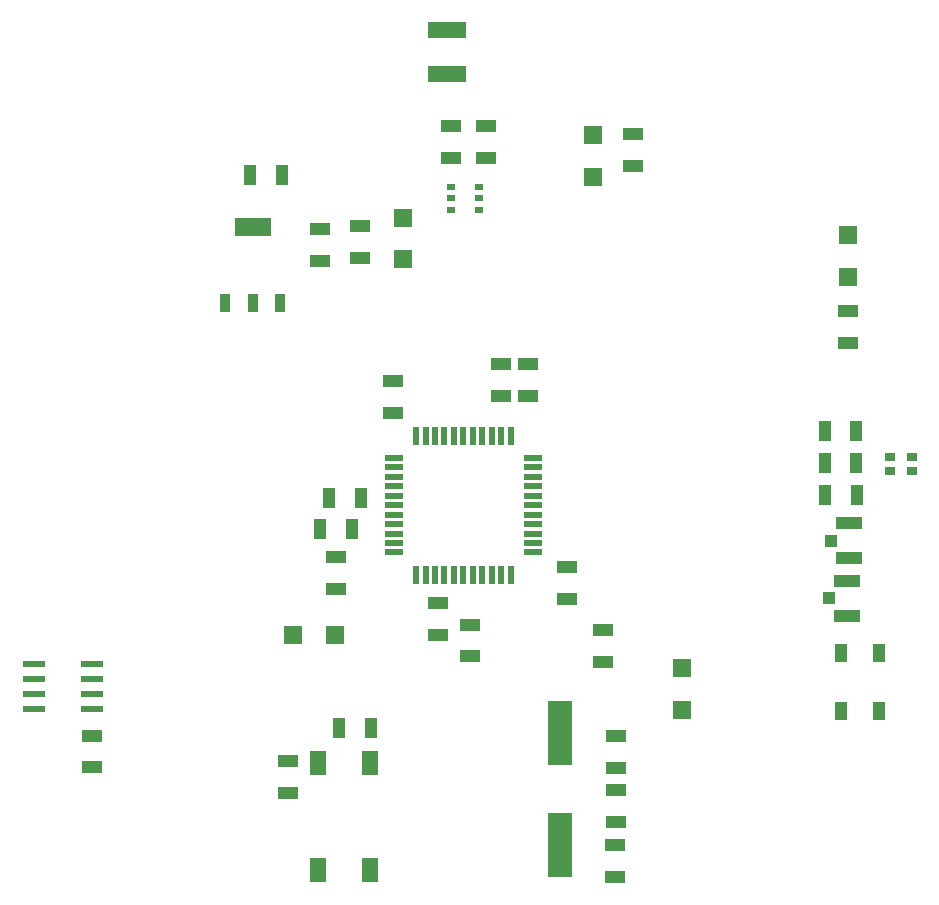
<source format=gtp>
G04 Layer_Color=8421504*
%FSLAX25Y25*%
%MOIN*%
G70*
G01*
G75*
%ADD10R,0.08661X0.04134*%
%ADD11R,0.04134X0.03937*%
%ADD12R,0.06693X0.04331*%
%ADD13R,0.04331X0.06693*%
%ADD14R,0.12992X0.05512*%
%ADD15R,0.05905X0.05905*%
%ADD16R,0.01968X0.05905*%
%ADD17R,0.05905X0.01968*%
%ADD18R,0.07874X0.21654*%
%ADD19R,0.05433X0.08268*%
%ADD20R,0.03937X0.05905*%
%ADD21R,0.07800X0.02200*%
%ADD22R,0.03543X0.03150*%
%ADD23R,0.03150X0.02165*%
%ADD24R,0.12200X0.06300*%
%ADD25R,0.03300X0.06300*%
%ADD26R,0.05905X0.05905*%
D10*
X282800Y100493D02*
D03*
Y112107D02*
D03*
X283400Y119600D02*
D03*
Y131214D02*
D03*
D11*
X276796Y106300D02*
D03*
X277396Y125407D02*
D03*
D12*
X211400Y250385D02*
D03*
Y261015D02*
D03*
X283100Y202015D02*
D03*
Y191385D02*
D03*
X201400Y85185D02*
D03*
Y95815D02*
D03*
X112700Y109285D02*
D03*
Y119915D02*
D03*
X120600Y219785D02*
D03*
Y230415D02*
D03*
X167600Y184315D02*
D03*
Y173685D02*
D03*
X176600Y184315D02*
D03*
Y173685D02*
D03*
X146500Y94170D02*
D03*
Y104800D02*
D03*
X157300Y86885D02*
D03*
Y97515D02*
D03*
X131400Y168200D02*
D03*
Y178830D02*
D03*
X205500Y13400D02*
D03*
Y24030D02*
D03*
X206000Y49800D02*
D03*
Y60430D02*
D03*
X96400Y52015D02*
D03*
Y41385D02*
D03*
X31300Y49885D02*
D03*
Y60515D02*
D03*
X150900Y253085D02*
D03*
Y263715D02*
D03*
X162600Y253085D02*
D03*
Y263715D02*
D03*
X107300Y229415D02*
D03*
Y218785D02*
D03*
X189400Y106085D02*
D03*
Y116715D02*
D03*
X206000Y42300D02*
D03*
Y31670D02*
D03*
D13*
X286015Y151300D02*
D03*
X275385D02*
D03*
X107185Y129400D02*
D03*
X117815D02*
D03*
X110285Y139600D02*
D03*
X120915D02*
D03*
X124315Y63000D02*
D03*
X113685D02*
D03*
X286015Y162100D02*
D03*
X275385D02*
D03*
X286215Y140800D02*
D03*
X275585D02*
D03*
X83785Y247400D02*
D03*
X94415D02*
D03*
D14*
X149700Y280920D02*
D03*
Y295880D02*
D03*
D15*
X134800Y233090D02*
D03*
Y219310D02*
D03*
X198100Y260580D02*
D03*
Y246800D02*
D03*
X283100Y227290D02*
D03*
Y213510D02*
D03*
X228000Y69210D02*
D03*
Y82990D02*
D03*
D16*
X139252Y160528D02*
D03*
X142402D02*
D03*
X145551D02*
D03*
X148701D02*
D03*
X151850D02*
D03*
X155000D02*
D03*
X158150D02*
D03*
X161299D02*
D03*
X164449D02*
D03*
X167598D02*
D03*
X170748D02*
D03*
Y114072D02*
D03*
X167598D02*
D03*
X164449D02*
D03*
X161299D02*
D03*
X158150D02*
D03*
X155000D02*
D03*
X151850D02*
D03*
X148701D02*
D03*
X145551D02*
D03*
X142402D02*
D03*
X139252D02*
D03*
D17*
X178228Y153048D02*
D03*
Y149898D02*
D03*
Y146749D02*
D03*
Y143599D02*
D03*
Y140450D02*
D03*
Y137300D02*
D03*
Y134150D02*
D03*
Y131001D02*
D03*
Y127851D02*
D03*
Y124702D02*
D03*
Y121552D02*
D03*
X131772D02*
D03*
Y124702D02*
D03*
Y127851D02*
D03*
Y131001D02*
D03*
Y134150D02*
D03*
Y137300D02*
D03*
Y140450D02*
D03*
Y143599D02*
D03*
Y146749D02*
D03*
Y149898D02*
D03*
Y153048D02*
D03*
D18*
X187100Y61401D02*
D03*
Y23999D02*
D03*
D19*
X106381Y51413D02*
D03*
X124019D02*
D03*
X106381Y15587D02*
D03*
X124019D02*
D03*
D20*
X293599Y68754D02*
D03*
X281001D02*
D03*
Y88046D02*
D03*
X293599D02*
D03*
D21*
X31300Y84400D02*
D03*
Y79400D02*
D03*
Y74400D02*
D03*
Y69400D02*
D03*
X11900D02*
D03*
Y74400D02*
D03*
Y79400D02*
D03*
Y84400D02*
D03*
D22*
X297357Y148738D02*
D03*
X304443D02*
D03*
X297357Y153462D02*
D03*
X304443D02*
D03*
D23*
X160324Y243340D02*
D03*
Y239600D02*
D03*
Y235860D02*
D03*
X150876Y243340D02*
D03*
Y239600D02*
D03*
Y235860D02*
D03*
D24*
X84800Y230000D02*
D03*
D25*
X93900Y204800D02*
D03*
X84800D02*
D03*
X75700D02*
D03*
D26*
X98310Y94200D02*
D03*
X112090D02*
D03*
M02*

</source>
